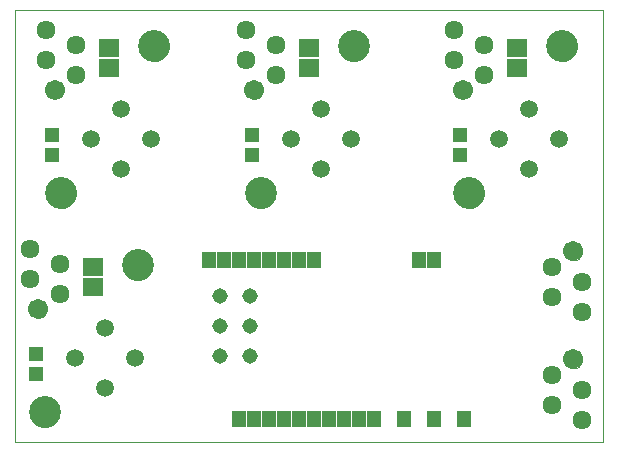
<source format=gts>
G75*
G70*
%OFA0B0*%
%FSLAX24Y24*%
%IPPOS*%
%LPD*%
%AMOC8*
5,1,8,0,0,1.08239X$1,22.5*
%
%ADD10C,0.0000*%
%ADD11C,0.1064*%
%ADD12R,0.0474X0.0552*%
%ADD13C,0.0516*%
%ADD14C,0.0634*%
%ADD15C,0.0671*%
%ADD16C,0.0595*%
%ADD17R,0.0671X0.0592*%
%ADD18R,0.0474X0.0474*%
D10*
X000403Y000907D02*
X000403Y015307D01*
X020003Y015307D01*
X020003Y000907D01*
X000403Y000907D01*
X000911Y001907D02*
X000913Y001951D01*
X000919Y001995D01*
X000929Y002038D01*
X000942Y002080D01*
X000960Y002120D01*
X000981Y002159D01*
X001005Y002196D01*
X001032Y002231D01*
X001063Y002263D01*
X001096Y002292D01*
X001132Y002318D01*
X001170Y002340D01*
X001210Y002359D01*
X001251Y002375D01*
X001294Y002387D01*
X001337Y002395D01*
X001381Y002399D01*
X001425Y002399D01*
X001469Y002395D01*
X001512Y002387D01*
X001555Y002375D01*
X001596Y002359D01*
X001636Y002340D01*
X001674Y002318D01*
X001710Y002292D01*
X001743Y002263D01*
X001774Y002231D01*
X001801Y002196D01*
X001825Y002159D01*
X001846Y002120D01*
X001864Y002080D01*
X001877Y002038D01*
X001887Y001995D01*
X001893Y001951D01*
X001895Y001907D01*
X001893Y001863D01*
X001887Y001819D01*
X001877Y001776D01*
X001864Y001734D01*
X001846Y001694D01*
X001825Y001655D01*
X001801Y001618D01*
X001774Y001583D01*
X001743Y001551D01*
X001710Y001522D01*
X001674Y001496D01*
X001636Y001474D01*
X001596Y001455D01*
X001555Y001439D01*
X001512Y001427D01*
X001469Y001419D01*
X001425Y001415D01*
X001381Y001415D01*
X001337Y001419D01*
X001294Y001427D01*
X001251Y001439D01*
X001210Y001455D01*
X001170Y001474D01*
X001132Y001496D01*
X001096Y001522D01*
X001063Y001551D01*
X001032Y001583D01*
X001005Y001618D01*
X000981Y001655D01*
X000960Y001694D01*
X000942Y001734D01*
X000929Y001776D01*
X000919Y001819D01*
X000913Y001863D01*
X000911Y001907D01*
X000887Y005348D02*
X000889Y005382D01*
X000895Y005416D01*
X000905Y005449D01*
X000918Y005480D01*
X000936Y005510D01*
X000956Y005538D01*
X000980Y005563D01*
X001006Y005585D01*
X001034Y005603D01*
X001065Y005619D01*
X001097Y005631D01*
X001131Y005639D01*
X001165Y005643D01*
X001199Y005643D01*
X001233Y005639D01*
X001267Y005631D01*
X001299Y005619D01*
X001329Y005603D01*
X001358Y005585D01*
X001384Y005563D01*
X001408Y005538D01*
X001428Y005510D01*
X001446Y005480D01*
X001459Y005449D01*
X001469Y005416D01*
X001475Y005382D01*
X001477Y005348D01*
X001475Y005314D01*
X001469Y005280D01*
X001459Y005247D01*
X001446Y005216D01*
X001428Y005186D01*
X001408Y005158D01*
X001384Y005133D01*
X001358Y005111D01*
X001330Y005093D01*
X001299Y005077D01*
X001267Y005065D01*
X001233Y005057D01*
X001199Y005053D01*
X001165Y005053D01*
X001131Y005057D01*
X001097Y005065D01*
X001065Y005077D01*
X001034Y005093D01*
X001006Y005111D01*
X000980Y005133D01*
X000956Y005158D01*
X000936Y005186D01*
X000918Y005216D01*
X000905Y005247D01*
X000895Y005280D01*
X000889Y005314D01*
X000887Y005348D01*
X004011Y006807D02*
X004013Y006851D01*
X004019Y006895D01*
X004029Y006938D01*
X004042Y006980D01*
X004060Y007020D01*
X004081Y007059D01*
X004105Y007096D01*
X004132Y007131D01*
X004163Y007163D01*
X004196Y007192D01*
X004232Y007218D01*
X004270Y007240D01*
X004310Y007259D01*
X004351Y007275D01*
X004394Y007287D01*
X004437Y007295D01*
X004481Y007299D01*
X004525Y007299D01*
X004569Y007295D01*
X004612Y007287D01*
X004655Y007275D01*
X004696Y007259D01*
X004736Y007240D01*
X004774Y007218D01*
X004810Y007192D01*
X004843Y007163D01*
X004874Y007131D01*
X004901Y007096D01*
X004925Y007059D01*
X004946Y007020D01*
X004964Y006980D01*
X004977Y006938D01*
X004987Y006895D01*
X004993Y006851D01*
X004995Y006807D01*
X004993Y006763D01*
X004987Y006719D01*
X004977Y006676D01*
X004964Y006634D01*
X004946Y006594D01*
X004925Y006555D01*
X004901Y006518D01*
X004874Y006483D01*
X004843Y006451D01*
X004810Y006422D01*
X004774Y006396D01*
X004736Y006374D01*
X004696Y006355D01*
X004655Y006339D01*
X004612Y006327D01*
X004569Y006319D01*
X004525Y006315D01*
X004481Y006315D01*
X004437Y006319D01*
X004394Y006327D01*
X004351Y006339D01*
X004310Y006355D01*
X004270Y006374D01*
X004232Y006396D01*
X004196Y006422D01*
X004163Y006451D01*
X004132Y006483D01*
X004105Y006518D01*
X004081Y006555D01*
X004060Y006594D01*
X004042Y006634D01*
X004029Y006676D01*
X004019Y006719D01*
X004013Y006763D01*
X004011Y006807D01*
X001461Y009207D02*
X001463Y009251D01*
X001469Y009295D01*
X001479Y009338D01*
X001492Y009380D01*
X001510Y009420D01*
X001531Y009459D01*
X001555Y009496D01*
X001582Y009531D01*
X001613Y009563D01*
X001646Y009592D01*
X001682Y009618D01*
X001720Y009640D01*
X001760Y009659D01*
X001801Y009675D01*
X001844Y009687D01*
X001887Y009695D01*
X001931Y009699D01*
X001975Y009699D01*
X002019Y009695D01*
X002062Y009687D01*
X002105Y009675D01*
X002146Y009659D01*
X002186Y009640D01*
X002224Y009618D01*
X002260Y009592D01*
X002293Y009563D01*
X002324Y009531D01*
X002351Y009496D01*
X002375Y009459D01*
X002396Y009420D01*
X002414Y009380D01*
X002427Y009338D01*
X002437Y009295D01*
X002443Y009251D01*
X002445Y009207D01*
X002443Y009163D01*
X002437Y009119D01*
X002427Y009076D01*
X002414Y009034D01*
X002396Y008994D01*
X002375Y008955D01*
X002351Y008918D01*
X002324Y008883D01*
X002293Y008851D01*
X002260Y008822D01*
X002224Y008796D01*
X002186Y008774D01*
X002146Y008755D01*
X002105Y008739D01*
X002062Y008727D01*
X002019Y008719D01*
X001975Y008715D01*
X001931Y008715D01*
X001887Y008719D01*
X001844Y008727D01*
X001801Y008739D01*
X001760Y008755D01*
X001720Y008774D01*
X001682Y008796D01*
X001646Y008822D01*
X001613Y008851D01*
X001582Y008883D01*
X001555Y008918D01*
X001531Y008955D01*
X001510Y008994D01*
X001492Y009034D01*
X001479Y009076D01*
X001469Y009119D01*
X001463Y009163D01*
X001461Y009207D01*
X001437Y012648D02*
X001439Y012682D01*
X001445Y012716D01*
X001455Y012749D01*
X001468Y012780D01*
X001486Y012810D01*
X001506Y012838D01*
X001530Y012863D01*
X001556Y012885D01*
X001584Y012903D01*
X001615Y012919D01*
X001647Y012931D01*
X001681Y012939D01*
X001715Y012943D01*
X001749Y012943D01*
X001783Y012939D01*
X001817Y012931D01*
X001849Y012919D01*
X001879Y012903D01*
X001908Y012885D01*
X001934Y012863D01*
X001958Y012838D01*
X001978Y012810D01*
X001996Y012780D01*
X002009Y012749D01*
X002019Y012716D01*
X002025Y012682D01*
X002027Y012648D01*
X002025Y012614D01*
X002019Y012580D01*
X002009Y012547D01*
X001996Y012516D01*
X001978Y012486D01*
X001958Y012458D01*
X001934Y012433D01*
X001908Y012411D01*
X001880Y012393D01*
X001849Y012377D01*
X001817Y012365D01*
X001783Y012357D01*
X001749Y012353D01*
X001715Y012353D01*
X001681Y012357D01*
X001647Y012365D01*
X001615Y012377D01*
X001584Y012393D01*
X001556Y012411D01*
X001530Y012433D01*
X001506Y012458D01*
X001486Y012486D01*
X001468Y012516D01*
X001455Y012547D01*
X001445Y012580D01*
X001439Y012614D01*
X001437Y012648D01*
X004561Y014107D02*
X004563Y014151D01*
X004569Y014195D01*
X004579Y014238D01*
X004592Y014280D01*
X004610Y014320D01*
X004631Y014359D01*
X004655Y014396D01*
X004682Y014431D01*
X004713Y014463D01*
X004746Y014492D01*
X004782Y014518D01*
X004820Y014540D01*
X004860Y014559D01*
X004901Y014575D01*
X004944Y014587D01*
X004987Y014595D01*
X005031Y014599D01*
X005075Y014599D01*
X005119Y014595D01*
X005162Y014587D01*
X005205Y014575D01*
X005246Y014559D01*
X005286Y014540D01*
X005324Y014518D01*
X005360Y014492D01*
X005393Y014463D01*
X005424Y014431D01*
X005451Y014396D01*
X005475Y014359D01*
X005496Y014320D01*
X005514Y014280D01*
X005527Y014238D01*
X005537Y014195D01*
X005543Y014151D01*
X005545Y014107D01*
X005543Y014063D01*
X005537Y014019D01*
X005527Y013976D01*
X005514Y013934D01*
X005496Y013894D01*
X005475Y013855D01*
X005451Y013818D01*
X005424Y013783D01*
X005393Y013751D01*
X005360Y013722D01*
X005324Y013696D01*
X005286Y013674D01*
X005246Y013655D01*
X005205Y013639D01*
X005162Y013627D01*
X005119Y013619D01*
X005075Y013615D01*
X005031Y013615D01*
X004987Y013619D01*
X004944Y013627D01*
X004901Y013639D01*
X004860Y013655D01*
X004820Y013674D01*
X004782Y013696D01*
X004746Y013722D01*
X004713Y013751D01*
X004682Y013783D01*
X004655Y013818D01*
X004631Y013855D01*
X004610Y013894D01*
X004592Y013934D01*
X004579Y013976D01*
X004569Y014019D01*
X004563Y014063D01*
X004561Y014107D01*
X008087Y012648D02*
X008089Y012682D01*
X008095Y012716D01*
X008105Y012749D01*
X008118Y012780D01*
X008136Y012810D01*
X008156Y012838D01*
X008180Y012863D01*
X008206Y012885D01*
X008234Y012903D01*
X008265Y012919D01*
X008297Y012931D01*
X008331Y012939D01*
X008365Y012943D01*
X008399Y012943D01*
X008433Y012939D01*
X008467Y012931D01*
X008499Y012919D01*
X008529Y012903D01*
X008558Y012885D01*
X008584Y012863D01*
X008608Y012838D01*
X008628Y012810D01*
X008646Y012780D01*
X008659Y012749D01*
X008669Y012716D01*
X008675Y012682D01*
X008677Y012648D01*
X008675Y012614D01*
X008669Y012580D01*
X008659Y012547D01*
X008646Y012516D01*
X008628Y012486D01*
X008608Y012458D01*
X008584Y012433D01*
X008558Y012411D01*
X008530Y012393D01*
X008499Y012377D01*
X008467Y012365D01*
X008433Y012357D01*
X008399Y012353D01*
X008365Y012353D01*
X008331Y012357D01*
X008297Y012365D01*
X008265Y012377D01*
X008234Y012393D01*
X008206Y012411D01*
X008180Y012433D01*
X008156Y012458D01*
X008136Y012486D01*
X008118Y012516D01*
X008105Y012547D01*
X008095Y012580D01*
X008089Y012614D01*
X008087Y012648D01*
X011211Y014107D02*
X011213Y014151D01*
X011219Y014195D01*
X011229Y014238D01*
X011242Y014280D01*
X011260Y014320D01*
X011281Y014359D01*
X011305Y014396D01*
X011332Y014431D01*
X011363Y014463D01*
X011396Y014492D01*
X011432Y014518D01*
X011470Y014540D01*
X011510Y014559D01*
X011551Y014575D01*
X011594Y014587D01*
X011637Y014595D01*
X011681Y014599D01*
X011725Y014599D01*
X011769Y014595D01*
X011812Y014587D01*
X011855Y014575D01*
X011896Y014559D01*
X011936Y014540D01*
X011974Y014518D01*
X012010Y014492D01*
X012043Y014463D01*
X012074Y014431D01*
X012101Y014396D01*
X012125Y014359D01*
X012146Y014320D01*
X012164Y014280D01*
X012177Y014238D01*
X012187Y014195D01*
X012193Y014151D01*
X012195Y014107D01*
X012193Y014063D01*
X012187Y014019D01*
X012177Y013976D01*
X012164Y013934D01*
X012146Y013894D01*
X012125Y013855D01*
X012101Y013818D01*
X012074Y013783D01*
X012043Y013751D01*
X012010Y013722D01*
X011974Y013696D01*
X011936Y013674D01*
X011896Y013655D01*
X011855Y013639D01*
X011812Y013627D01*
X011769Y013619D01*
X011725Y013615D01*
X011681Y013615D01*
X011637Y013619D01*
X011594Y013627D01*
X011551Y013639D01*
X011510Y013655D01*
X011470Y013674D01*
X011432Y013696D01*
X011396Y013722D01*
X011363Y013751D01*
X011332Y013783D01*
X011305Y013818D01*
X011281Y013855D01*
X011260Y013894D01*
X011242Y013934D01*
X011229Y013976D01*
X011219Y014019D01*
X011213Y014063D01*
X011211Y014107D01*
X015037Y012648D02*
X015039Y012682D01*
X015045Y012716D01*
X015055Y012749D01*
X015068Y012780D01*
X015086Y012810D01*
X015106Y012838D01*
X015130Y012863D01*
X015156Y012885D01*
X015184Y012903D01*
X015215Y012919D01*
X015247Y012931D01*
X015281Y012939D01*
X015315Y012943D01*
X015349Y012943D01*
X015383Y012939D01*
X015417Y012931D01*
X015449Y012919D01*
X015479Y012903D01*
X015508Y012885D01*
X015534Y012863D01*
X015558Y012838D01*
X015578Y012810D01*
X015596Y012780D01*
X015609Y012749D01*
X015619Y012716D01*
X015625Y012682D01*
X015627Y012648D01*
X015625Y012614D01*
X015619Y012580D01*
X015609Y012547D01*
X015596Y012516D01*
X015578Y012486D01*
X015558Y012458D01*
X015534Y012433D01*
X015508Y012411D01*
X015480Y012393D01*
X015449Y012377D01*
X015417Y012365D01*
X015383Y012357D01*
X015349Y012353D01*
X015315Y012353D01*
X015281Y012357D01*
X015247Y012365D01*
X015215Y012377D01*
X015184Y012393D01*
X015156Y012411D01*
X015130Y012433D01*
X015106Y012458D01*
X015086Y012486D01*
X015068Y012516D01*
X015055Y012547D01*
X015045Y012580D01*
X015039Y012614D01*
X015037Y012648D01*
X018161Y014107D02*
X018163Y014151D01*
X018169Y014195D01*
X018179Y014238D01*
X018192Y014280D01*
X018210Y014320D01*
X018231Y014359D01*
X018255Y014396D01*
X018282Y014431D01*
X018313Y014463D01*
X018346Y014492D01*
X018382Y014518D01*
X018420Y014540D01*
X018460Y014559D01*
X018501Y014575D01*
X018544Y014587D01*
X018587Y014595D01*
X018631Y014599D01*
X018675Y014599D01*
X018719Y014595D01*
X018762Y014587D01*
X018805Y014575D01*
X018846Y014559D01*
X018886Y014540D01*
X018924Y014518D01*
X018960Y014492D01*
X018993Y014463D01*
X019024Y014431D01*
X019051Y014396D01*
X019075Y014359D01*
X019096Y014320D01*
X019114Y014280D01*
X019127Y014238D01*
X019137Y014195D01*
X019143Y014151D01*
X019145Y014107D01*
X019143Y014063D01*
X019137Y014019D01*
X019127Y013976D01*
X019114Y013934D01*
X019096Y013894D01*
X019075Y013855D01*
X019051Y013818D01*
X019024Y013783D01*
X018993Y013751D01*
X018960Y013722D01*
X018924Y013696D01*
X018886Y013674D01*
X018846Y013655D01*
X018805Y013639D01*
X018762Y013627D01*
X018719Y013619D01*
X018675Y013615D01*
X018631Y013615D01*
X018587Y013619D01*
X018544Y013627D01*
X018501Y013639D01*
X018460Y013655D01*
X018420Y013674D01*
X018382Y013696D01*
X018346Y013722D01*
X018313Y013751D01*
X018282Y013783D01*
X018255Y013818D01*
X018231Y013855D01*
X018210Y013894D01*
X018192Y013934D01*
X018179Y013976D01*
X018169Y014019D01*
X018163Y014063D01*
X018161Y014107D01*
X015061Y009207D02*
X015063Y009251D01*
X015069Y009295D01*
X015079Y009338D01*
X015092Y009380D01*
X015110Y009420D01*
X015131Y009459D01*
X015155Y009496D01*
X015182Y009531D01*
X015213Y009563D01*
X015246Y009592D01*
X015282Y009618D01*
X015320Y009640D01*
X015360Y009659D01*
X015401Y009675D01*
X015444Y009687D01*
X015487Y009695D01*
X015531Y009699D01*
X015575Y009699D01*
X015619Y009695D01*
X015662Y009687D01*
X015705Y009675D01*
X015746Y009659D01*
X015786Y009640D01*
X015824Y009618D01*
X015860Y009592D01*
X015893Y009563D01*
X015924Y009531D01*
X015951Y009496D01*
X015975Y009459D01*
X015996Y009420D01*
X016014Y009380D01*
X016027Y009338D01*
X016037Y009295D01*
X016043Y009251D01*
X016045Y009207D01*
X016043Y009163D01*
X016037Y009119D01*
X016027Y009076D01*
X016014Y009034D01*
X015996Y008994D01*
X015975Y008955D01*
X015951Y008918D01*
X015924Y008883D01*
X015893Y008851D01*
X015860Y008822D01*
X015824Y008796D01*
X015786Y008774D01*
X015746Y008755D01*
X015705Y008739D01*
X015662Y008727D01*
X015619Y008719D01*
X015575Y008715D01*
X015531Y008715D01*
X015487Y008719D01*
X015444Y008727D01*
X015401Y008739D01*
X015360Y008755D01*
X015320Y008774D01*
X015282Y008796D01*
X015246Y008822D01*
X015213Y008851D01*
X015182Y008883D01*
X015155Y008918D01*
X015131Y008955D01*
X015110Y008994D01*
X015092Y009034D01*
X015079Y009076D01*
X015069Y009119D01*
X015063Y009163D01*
X015061Y009207D01*
X018729Y007266D02*
X018731Y007300D01*
X018737Y007334D01*
X018747Y007367D01*
X018760Y007398D01*
X018778Y007428D01*
X018798Y007456D01*
X018822Y007481D01*
X018848Y007503D01*
X018876Y007521D01*
X018907Y007537D01*
X018939Y007549D01*
X018973Y007557D01*
X019007Y007561D01*
X019041Y007561D01*
X019075Y007557D01*
X019109Y007549D01*
X019141Y007537D01*
X019171Y007521D01*
X019200Y007503D01*
X019226Y007481D01*
X019250Y007456D01*
X019270Y007428D01*
X019288Y007398D01*
X019301Y007367D01*
X019311Y007334D01*
X019317Y007300D01*
X019319Y007266D01*
X019317Y007232D01*
X019311Y007198D01*
X019301Y007165D01*
X019288Y007134D01*
X019270Y007104D01*
X019250Y007076D01*
X019226Y007051D01*
X019200Y007029D01*
X019172Y007011D01*
X019141Y006995D01*
X019109Y006983D01*
X019075Y006975D01*
X019041Y006971D01*
X019007Y006971D01*
X018973Y006975D01*
X018939Y006983D01*
X018907Y006995D01*
X018876Y007011D01*
X018848Y007029D01*
X018822Y007051D01*
X018798Y007076D01*
X018778Y007104D01*
X018760Y007134D01*
X018747Y007165D01*
X018737Y007198D01*
X018731Y007232D01*
X018729Y007266D01*
X018729Y003666D02*
X018731Y003700D01*
X018737Y003734D01*
X018747Y003767D01*
X018760Y003798D01*
X018778Y003828D01*
X018798Y003856D01*
X018822Y003881D01*
X018848Y003903D01*
X018876Y003921D01*
X018907Y003937D01*
X018939Y003949D01*
X018973Y003957D01*
X019007Y003961D01*
X019041Y003961D01*
X019075Y003957D01*
X019109Y003949D01*
X019141Y003937D01*
X019171Y003921D01*
X019200Y003903D01*
X019226Y003881D01*
X019250Y003856D01*
X019270Y003828D01*
X019288Y003798D01*
X019301Y003767D01*
X019311Y003734D01*
X019317Y003700D01*
X019319Y003666D01*
X019317Y003632D01*
X019311Y003598D01*
X019301Y003565D01*
X019288Y003534D01*
X019270Y003504D01*
X019250Y003476D01*
X019226Y003451D01*
X019200Y003429D01*
X019172Y003411D01*
X019141Y003395D01*
X019109Y003383D01*
X019075Y003375D01*
X019041Y003371D01*
X019007Y003371D01*
X018973Y003375D01*
X018939Y003383D01*
X018907Y003395D01*
X018876Y003411D01*
X018848Y003429D01*
X018822Y003451D01*
X018798Y003476D01*
X018778Y003504D01*
X018760Y003534D01*
X018747Y003565D01*
X018737Y003598D01*
X018731Y003632D01*
X018729Y003666D01*
X008111Y009207D02*
X008113Y009251D01*
X008119Y009295D01*
X008129Y009338D01*
X008142Y009380D01*
X008160Y009420D01*
X008181Y009459D01*
X008205Y009496D01*
X008232Y009531D01*
X008263Y009563D01*
X008296Y009592D01*
X008332Y009618D01*
X008370Y009640D01*
X008410Y009659D01*
X008451Y009675D01*
X008494Y009687D01*
X008537Y009695D01*
X008581Y009699D01*
X008625Y009699D01*
X008669Y009695D01*
X008712Y009687D01*
X008755Y009675D01*
X008796Y009659D01*
X008836Y009640D01*
X008874Y009618D01*
X008910Y009592D01*
X008943Y009563D01*
X008974Y009531D01*
X009001Y009496D01*
X009025Y009459D01*
X009046Y009420D01*
X009064Y009380D01*
X009077Y009338D01*
X009087Y009295D01*
X009093Y009251D01*
X009095Y009207D01*
X009093Y009163D01*
X009087Y009119D01*
X009077Y009076D01*
X009064Y009034D01*
X009046Y008994D01*
X009025Y008955D01*
X009001Y008918D01*
X008974Y008883D01*
X008943Y008851D01*
X008910Y008822D01*
X008874Y008796D01*
X008836Y008774D01*
X008796Y008755D01*
X008755Y008739D01*
X008712Y008727D01*
X008669Y008719D01*
X008625Y008715D01*
X008581Y008715D01*
X008537Y008719D01*
X008494Y008727D01*
X008451Y008739D01*
X008410Y008755D01*
X008370Y008774D01*
X008332Y008796D01*
X008296Y008822D01*
X008263Y008851D01*
X008232Y008883D01*
X008205Y008918D01*
X008181Y008955D01*
X008160Y008994D01*
X008142Y009034D01*
X008129Y009076D01*
X008119Y009119D01*
X008113Y009163D01*
X008111Y009207D01*
D11*
X008603Y009207D03*
X004503Y006807D03*
X001953Y009207D03*
X005053Y014107D03*
X011703Y014107D03*
X015553Y009207D03*
X018653Y014107D03*
X001403Y001907D03*
D12*
X007883Y001690D03*
X008383Y001690D03*
X008883Y001690D03*
X009383Y001690D03*
X009883Y001690D03*
X010383Y001690D03*
X010883Y001690D03*
X011383Y001690D03*
X011883Y001690D03*
X012383Y001690D03*
X013383Y001690D03*
X014383Y001690D03*
X015383Y001690D03*
X014383Y006990D03*
X013883Y006990D03*
X010383Y006990D03*
X009883Y006990D03*
X009383Y006990D03*
X008883Y006990D03*
X008383Y006990D03*
X007883Y006990D03*
X007383Y006990D03*
X006883Y006990D03*
D13*
X007233Y005767D03*
X008233Y005767D03*
X008233Y004767D03*
X007233Y004767D03*
X007233Y003767D03*
X008233Y003767D03*
D14*
X001903Y005857D03*
X000903Y006357D03*
X001903Y006857D03*
X000903Y007357D03*
X002453Y013157D03*
X001453Y013657D03*
X002453Y014157D03*
X001453Y014657D03*
X008103Y014657D03*
X009103Y014157D03*
X008103Y013657D03*
X009103Y013157D03*
X015053Y013657D03*
X016053Y013157D03*
X016053Y014157D03*
X015053Y014657D03*
X018303Y006757D03*
X019303Y006257D03*
X018303Y005757D03*
X019303Y005257D03*
X018303Y003157D03*
X019303Y002657D03*
X018303Y002157D03*
X019303Y001657D03*
D15*
X019024Y003666D03*
X019024Y007266D03*
X015332Y012648D03*
X008382Y012648D03*
X001732Y012648D03*
X001182Y005348D03*
D16*
X002403Y003707D03*
X003403Y002707D03*
X004403Y003707D03*
X003403Y004707D03*
X003953Y010007D03*
X002953Y011007D03*
X003953Y012007D03*
X004953Y011007D03*
X009603Y011007D03*
X010603Y010007D03*
X011603Y011007D03*
X010603Y012007D03*
X016553Y011007D03*
X017553Y010007D03*
X018553Y011007D03*
X017553Y012007D03*
D17*
X017153Y013372D03*
X017153Y014042D03*
X010203Y014042D03*
X010203Y013372D03*
X003553Y013372D03*
X003553Y014042D03*
X003003Y006742D03*
X003003Y006072D03*
D18*
X001103Y003842D03*
X001103Y003172D03*
X001653Y010472D03*
X001653Y011142D03*
X008303Y011142D03*
X008303Y010472D03*
X015253Y010472D03*
X015253Y011142D03*
M02*

</source>
